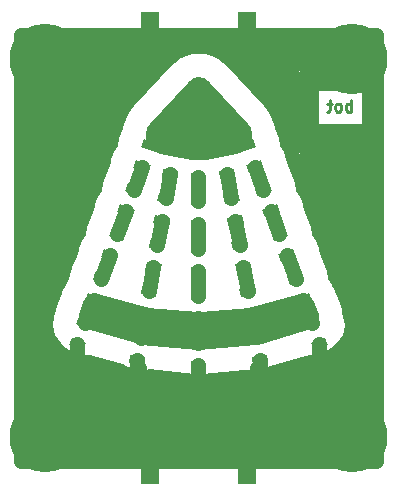
<source format=gbl>
G04 #@! TF.GenerationSoftware,KiCad,Pcbnew,5.0.2-bee76a0~70~ubuntu18.04.1*
G04 #@! TF.CreationDate,2019-07-24T00:54:38+02:00*
G04 #@! TF.ProjectId,DummyLoad,44756d6d-794c-46f6-9164-2e6b69636164,1.1*
G04 #@! TF.SameCoordinates,Original*
G04 #@! TF.FileFunction,Copper,L2,Bot*
G04 #@! TF.FilePolarity,Positive*
%FSLAX46Y46*%
G04 Gerber Fmt 4.6, Leading zero omitted, Abs format (unit mm)*
G04 Created by KiCad (PCBNEW 5.0.2-bee76a0~70~ubuntu18.04.1) date Mi 24 Jul 2019 00:54:38 CEST*
%MOMM*%
%LPD*%
G01*
G04 APERTURE LIST*
G04 #@! TA.AperFunction,NonConductor*
%ADD10C,0.250000*%
G04 #@! TD*
G04 #@! TA.AperFunction,SMDPad,CuDef*
%ADD11R,1.650000X5.600000*%
G04 #@! TD*
G04 #@! TA.AperFunction,SMDPad,CuDef*
%ADD12C,0.700000*%
G04 #@! TD*
G04 #@! TA.AperFunction,Conductor*
%ADD13C,0.100000*%
G04 #@! TD*
G04 #@! TA.AperFunction,SMDPad,CuDef*
%ADD14R,1.300000X0.700000*%
G04 #@! TD*
G04 #@! TA.AperFunction,ViaPad*
%ADD15C,0.800000*%
G04 #@! TD*
G04 #@! TA.AperFunction,ViaPad*
%ADD16C,6.000000*%
G04 #@! TD*
G04 #@! TA.AperFunction,Conductor*
%ADD17C,1.300000*%
G04 #@! TD*
G04 #@! TA.AperFunction,Conductor*
%ADD18C,0.254000*%
G04 #@! TD*
G04 APERTURE END LIST*
D10*
X112952380Y-108452380D02*
X112952380Y-107452380D01*
X112952380Y-107833333D02*
X112857142Y-107785714D01*
X112666666Y-107785714D01*
X112571428Y-107833333D01*
X112523809Y-107880952D01*
X112476190Y-107976190D01*
X112476190Y-108261904D01*
X112523809Y-108357142D01*
X112571428Y-108404761D01*
X112666666Y-108452380D01*
X112857142Y-108452380D01*
X112952380Y-108404761D01*
X111904761Y-108452380D02*
X112000000Y-108404761D01*
X112047619Y-108357142D01*
X112095238Y-108261904D01*
X112095238Y-107976190D01*
X112047619Y-107880952D01*
X112000000Y-107833333D01*
X111904761Y-107785714D01*
X111761904Y-107785714D01*
X111666666Y-107833333D01*
X111619047Y-107880952D01*
X111571428Y-107976190D01*
X111571428Y-108261904D01*
X111619047Y-108357142D01*
X111666666Y-108404761D01*
X111761904Y-108452380D01*
X111904761Y-108452380D01*
X111285714Y-107785714D02*
X110904761Y-107785714D01*
X111142857Y-107452380D02*
X111142857Y-108309523D01*
X111095238Y-108404761D01*
X111000000Y-108452380D01*
X110904761Y-108452380D01*
D11*
G04 #@! TO.P,CN1,5*
G04 #@! TO.N,GND*
X95875000Y-102800000D03*
G04 #@! TO.P,CN1,4*
X104125000Y-102800000D03*
G04 #@! TD*
G04 #@! TO.P,CN2,4*
G04 #@! TO.N,GND*
X95875000Y-137200000D03*
G04 #@! TO.P,CN2,5*
X104125000Y-137200000D03*
G04 #@! TD*
D12*
G04 #@! TO.P,R26,2*
G04 #@! TO.N,Net-(R26-Pad2)*
X104771181Y-113108712D03*
D13*
G04 #@! TD*
G04 #@! TO.N,Net-(R26-Pad2)*
G04 #@! TO.C,R26*
G36*
X104040674Y-113002133D02*
X105262274Y-112557506D01*
X105501688Y-113215291D01*
X104280088Y-113659918D01*
X104040674Y-113002133D01*
X104040674Y-113002133D01*
G37*
D12*
G04 #@! TO.P,R26,1*
G04 #@! TO.N,/HF_IN*
X104121343Y-111323296D03*
D13*
G04 #@! TD*
G04 #@! TO.N,/HF_IN*
G04 #@! TO.C,R26*
G36*
X103390836Y-111216717D02*
X104612436Y-110772090D01*
X104851850Y-111429875D01*
X103630250Y-111874502D01*
X103390836Y-111216717D01*
X103390836Y-111216717D01*
G37*
D12*
G04 #@! TO.P,R27,2*
G04 #@! TO.N,Net-(R27-Pad2)*
X106139261Y-116867483D03*
D13*
G04 #@! TD*
G04 #@! TO.N,Net-(R27-Pad2)*
G04 #@! TO.C,R27*
G36*
X105408754Y-116760904D02*
X106630354Y-116316277D01*
X106869768Y-116974062D01*
X105648168Y-117418689D01*
X105408754Y-116760904D01*
X105408754Y-116760904D01*
G37*
D12*
G04 #@! TO.P,R27,1*
G04 #@! TO.N,Net-(R26-Pad2)*
X105489423Y-115082067D03*
D13*
G04 #@! TD*
G04 #@! TO.N,Net-(R26-Pad2)*
G04 #@! TO.C,R27*
G36*
X104758916Y-114975488D02*
X105980516Y-114530861D01*
X106219930Y-115188646D01*
X104998330Y-115633273D01*
X104758916Y-114975488D01*
X104758916Y-114975488D01*
G37*
D12*
G04 #@! TO.P,R28,1*
G04 #@! TO.N,Net-(R27-Pad2)*
X106857504Y-118840837D03*
D13*
G04 #@! TD*
G04 #@! TO.N,Net-(R27-Pad2)*
G04 #@! TO.C,R28*
G36*
X106126997Y-118734258D02*
X107348597Y-118289631D01*
X107588011Y-118947416D01*
X106366411Y-119392043D01*
X106126997Y-118734258D01*
X106126997Y-118734258D01*
G37*
D12*
G04 #@! TO.P,R28,2*
G04 #@! TO.N,Net-(R28-Pad2)*
X107507342Y-120626253D03*
D13*
G04 #@! TD*
G04 #@! TO.N,Net-(R28-Pad2)*
G04 #@! TO.C,R28*
G36*
X106776835Y-120519674D02*
X107998435Y-120075047D01*
X108237849Y-120732832D01*
X107016249Y-121177459D01*
X106776835Y-120519674D01*
X106776835Y-120519674D01*
G37*
D12*
G04 #@! TO.P,R29,2*
G04 #@! TO.N,Net-(R10-Pad1)*
X108875423Y-124385023D03*
D13*
G04 #@! TD*
G04 #@! TO.N,Net-(R10-Pad1)*
G04 #@! TO.C,R29*
G36*
X108144916Y-124278444D02*
X109366516Y-123833817D01*
X109605930Y-124491602D01*
X108384330Y-124936229D01*
X108144916Y-124278444D01*
X108144916Y-124278444D01*
G37*
D12*
G04 #@! TO.P,R29,1*
G04 #@! TO.N,Net-(R28-Pad2)*
X108225585Y-122599607D03*
D13*
G04 #@! TD*
G04 #@! TO.N,Net-(R28-Pad2)*
G04 #@! TO.C,R29*
G36*
X107495078Y-122493028D02*
X108716678Y-122048401D01*
X108956092Y-122706186D01*
X107734492Y-123150813D01*
X107495078Y-122493028D01*
X107495078Y-122493028D01*
G37*
D12*
G04 #@! TO.P,R30,1*
G04 #@! TO.N,Net-(R10-Pad1)*
X109593665Y-126358378D03*
D13*
G04 #@! TD*
G04 #@! TO.N,Net-(R10-Pad1)*
G04 #@! TO.C,R30*
G36*
X108863158Y-126251799D02*
X110084758Y-125807172D01*
X110324172Y-126464957D01*
X109102572Y-126909584D01*
X108863158Y-126251799D01*
X108863158Y-126251799D01*
G37*
D12*
G04 #@! TO.P,R30,2*
G04 #@! TO.N,GND*
X110243503Y-128143794D03*
D13*
G04 #@! TD*
G04 #@! TO.N,GND*
G04 #@! TO.C,R30*
G36*
X109512996Y-128037215D02*
X110734596Y-127592588D01*
X110974010Y-128250373D01*
X109752410Y-128695000D01*
X109512996Y-128037215D01*
X109512996Y-128037215D01*
G37*
D12*
G04 #@! TO.P,R31,2*
G04 #@! TO.N,Net-(R31-Pad2)*
X102422392Y-113738067D03*
D13*
G04 #@! TD*
G04 #@! TO.N,Net-(R31-Pad2)*
G04 #@! TO.C,R31*
G36*
X101721490Y-113506256D02*
X103001740Y-113280513D01*
X103123294Y-113969878D01*
X101843044Y-114195621D01*
X101721490Y-113506256D01*
X101721490Y-113506256D01*
G37*
D12*
G04 #@! TO.P,R31,1*
G04 #@! TO.N,/HF_IN*
X102092460Y-111866933D03*
D13*
G04 #@! TD*
G04 #@! TO.N,/HF_IN*
G04 #@! TO.C,R31*
G36*
X101391558Y-111635122D02*
X102671808Y-111409379D01*
X102793362Y-112098744D01*
X101513112Y-112324487D01*
X101391558Y-111635122D01*
X101391558Y-111635122D01*
G37*
D12*
G04 #@! TO.P,R32,1*
G04 #@! TO.N,Net-(R31-Pad2)*
X102787052Y-115806164D03*
D13*
G04 #@! TD*
G04 #@! TO.N,Net-(R31-Pad2)*
G04 #@! TO.C,R32*
G36*
X102086150Y-115574353D02*
X103366400Y-115348610D01*
X103487954Y-116037975D01*
X102207704Y-116263718D01*
X102086150Y-115574353D01*
X102086150Y-115574353D01*
G37*
D12*
G04 #@! TO.P,R32,2*
G04 #@! TO.N,Net-(R32-Pad2)*
X103116984Y-117677298D03*
D13*
G04 #@! TD*
G04 #@! TO.N,Net-(R32-Pad2)*
G04 #@! TO.C,R32*
G36*
X102416082Y-117445487D02*
X103696332Y-117219744D01*
X103817886Y-117909109D01*
X102537636Y-118134852D01*
X102416082Y-117445487D01*
X102416082Y-117445487D01*
G37*
D12*
G04 #@! TO.P,R33,2*
G04 #@! TO.N,Net-(R33-Pad2)*
X103811577Y-121616529D03*
D13*
G04 #@! TD*
G04 #@! TO.N,Net-(R33-Pad2)*
G04 #@! TO.C,R33*
G36*
X103110675Y-121384718D02*
X104390925Y-121158975D01*
X104512479Y-121848340D01*
X103232229Y-122074083D01*
X103110675Y-121384718D01*
X103110675Y-121384718D01*
G37*
D12*
G04 #@! TO.P,R33,1*
G04 #@! TO.N,Net-(R32-Pad2)*
X103481645Y-119745395D03*
D13*
G04 #@! TD*
G04 #@! TO.N,Net-(R32-Pad2)*
G04 #@! TO.C,R33*
G36*
X102780743Y-119513584D02*
X104060993Y-119287841D01*
X104182547Y-119977206D01*
X102902297Y-120202949D01*
X102780743Y-119513584D01*
X102780743Y-119513584D01*
G37*
D12*
G04 #@! TO.P,R34,1*
G04 #@! TO.N,Net-(R33-Pad2)*
X104176238Y-123684626D03*
D13*
G04 #@! TD*
G04 #@! TO.N,Net-(R33-Pad2)*
G04 #@! TO.C,R34*
G36*
X103475336Y-123452815D02*
X104755586Y-123227072D01*
X104877140Y-123916437D01*
X103596890Y-124142180D01*
X103475336Y-123452815D01*
X103475336Y-123452815D01*
G37*
D12*
G04 #@! TO.P,R34,2*
G04 #@! TO.N,Net-(R10-Pad1)*
X104506170Y-125555760D03*
D13*
G04 #@! TD*
G04 #@! TO.N,Net-(R10-Pad1)*
G04 #@! TO.C,R34*
G36*
X103805268Y-125323949D02*
X105085518Y-125098206D01*
X105207072Y-125787571D01*
X103926822Y-126013314D01*
X103805268Y-125323949D01*
X103805268Y-125323949D01*
G37*
D12*
G04 #@! TO.P,R35,2*
G04 #@! TO.N,GND*
X105200762Y-129494991D03*
D13*
G04 #@! TD*
G04 #@! TO.N,GND*
G04 #@! TO.C,R35*
G36*
X104499860Y-129263180D02*
X105780110Y-129037437D01*
X105901664Y-129726802D01*
X104621414Y-129952545D01*
X104499860Y-129263180D01*
X104499860Y-129263180D01*
G37*
D12*
G04 #@! TO.P,R35,1*
G04 #@! TO.N,Net-(R10-Pad1)*
X104870830Y-127623857D03*
D13*
G04 #@! TD*
G04 #@! TO.N,Net-(R10-Pad1)*
G04 #@! TO.C,R35*
G36*
X104169928Y-127392046D02*
X105450178Y-127166303D01*
X105571732Y-127855668D01*
X104291482Y-128081411D01*
X104169928Y-127392046D01*
X104169928Y-127392046D01*
G37*
D14*
G04 #@! TO.P,R36,1*
G04 #@! TO.N,/HF_IN*
X100000000Y-112050000D03*
G04 #@! TO.P,R36,2*
G04 #@! TO.N,Net-(R36-Pad2)*
X100000000Y-113950000D03*
G04 #@! TD*
G04 #@! TO.P,R37,2*
G04 #@! TO.N,Net-(R37-Pad2)*
X100000000Y-117950000D03*
G04 #@! TO.P,R37,1*
G04 #@! TO.N,Net-(R36-Pad2)*
X100000000Y-116050000D03*
G04 #@! TD*
G04 #@! TO.P,R38,1*
G04 #@! TO.N,Net-(R37-Pad2)*
X100000000Y-120050000D03*
G04 #@! TO.P,R38,2*
G04 #@! TO.N,Net-(R38-Pad2)*
X100000000Y-121950000D03*
G04 #@! TD*
G04 #@! TO.P,R39,1*
G04 #@! TO.N,Net-(R38-Pad2)*
X100000000Y-124050000D03*
G04 #@! TO.P,R39,2*
G04 #@! TO.N,Net-(R10-Pad1)*
X100000000Y-125950000D03*
G04 #@! TD*
G04 #@! TO.P,R40,1*
G04 #@! TO.N,Net-(R10-Pad1)*
X100000000Y-128050000D03*
G04 #@! TO.P,R40,2*
G04 #@! TO.N,GND*
X100000000Y-129950000D03*
G04 #@! TD*
D12*
G04 #@! TO.P,R41,2*
G04 #@! TO.N,Net-(R41-Pad2)*
X97577608Y-113738067D03*
D13*
G04 #@! TD*
G04 #@! TO.N,Net-(R41-Pad2)*
G04 #@! TO.C,R41*
G36*
X96998260Y-113280513D02*
X98278510Y-113506256D01*
X98156956Y-114195621D01*
X96876706Y-113969878D01*
X96998260Y-113280513D01*
X96998260Y-113280513D01*
G37*
D12*
G04 #@! TO.P,R41,1*
G04 #@! TO.N,/HF_IN*
X97907540Y-111866933D03*
D13*
G04 #@! TD*
G04 #@! TO.N,/HF_IN*
G04 #@! TO.C,R41*
G36*
X97328192Y-111409379D02*
X98608442Y-111635122D01*
X98486888Y-112324487D01*
X97206638Y-112098744D01*
X97328192Y-111409379D01*
X97328192Y-111409379D01*
G37*
D12*
G04 #@! TO.P,R42,1*
G04 #@! TO.N,Net-(R41-Pad2)*
X97212948Y-115806164D03*
D13*
G04 #@! TD*
G04 #@! TO.N,Net-(R41-Pad2)*
G04 #@! TO.C,R42*
G36*
X96633600Y-115348610D02*
X97913850Y-115574353D01*
X97792296Y-116263718D01*
X96512046Y-116037975D01*
X96633600Y-115348610D01*
X96633600Y-115348610D01*
G37*
D12*
G04 #@! TO.P,R42,2*
G04 #@! TO.N,Net-(R42-Pad2)*
X96883016Y-117677298D03*
D13*
G04 #@! TD*
G04 #@! TO.N,Net-(R42-Pad2)*
G04 #@! TO.C,R42*
G36*
X96303668Y-117219744D02*
X97583918Y-117445487D01*
X97462364Y-118134852D01*
X96182114Y-117909109D01*
X96303668Y-117219744D01*
X96303668Y-117219744D01*
G37*
D12*
G04 #@! TO.P,R43,2*
G04 #@! TO.N,Net-(R43-Pad2)*
X96188423Y-121616529D03*
D13*
G04 #@! TD*
G04 #@! TO.N,Net-(R43-Pad2)*
G04 #@! TO.C,R43*
G36*
X95609075Y-121158975D02*
X96889325Y-121384718D01*
X96767771Y-122074083D01*
X95487521Y-121848340D01*
X95609075Y-121158975D01*
X95609075Y-121158975D01*
G37*
D12*
G04 #@! TO.P,R43,1*
G04 #@! TO.N,Net-(R42-Pad2)*
X96518355Y-119745395D03*
D13*
G04 #@! TD*
G04 #@! TO.N,Net-(R42-Pad2)*
G04 #@! TO.C,R43*
G36*
X95939007Y-119287841D02*
X97219257Y-119513584D01*
X97097703Y-120202949D01*
X95817453Y-119977206D01*
X95939007Y-119287841D01*
X95939007Y-119287841D01*
G37*
D12*
G04 #@! TO.P,R44,1*
G04 #@! TO.N,Net-(R43-Pad2)*
X95823762Y-123684626D03*
D13*
G04 #@! TD*
G04 #@! TO.N,Net-(R43-Pad2)*
G04 #@! TO.C,R44*
G36*
X95244414Y-123227072D02*
X96524664Y-123452815D01*
X96403110Y-124142180D01*
X95122860Y-123916437D01*
X95244414Y-123227072D01*
X95244414Y-123227072D01*
G37*
D12*
G04 #@! TO.P,R44,2*
G04 #@! TO.N,Net-(R10-Pad1)*
X95493830Y-125555760D03*
D13*
G04 #@! TD*
G04 #@! TO.N,Net-(R10-Pad1)*
G04 #@! TO.C,R44*
G36*
X94914482Y-125098206D02*
X96194732Y-125323949D01*
X96073178Y-126013314D01*
X94792928Y-125787571D01*
X94914482Y-125098206D01*
X94914482Y-125098206D01*
G37*
D12*
G04 #@! TO.P,R45,2*
G04 #@! TO.N,GND*
X94799238Y-129494991D03*
D13*
G04 #@! TD*
G04 #@! TO.N,GND*
G04 #@! TO.C,R45*
G36*
X94219890Y-129037437D02*
X95500140Y-129263180D01*
X95378586Y-129952545D01*
X94098336Y-129726802D01*
X94219890Y-129037437D01*
X94219890Y-129037437D01*
G37*
D12*
G04 #@! TO.P,R45,1*
G04 #@! TO.N,Net-(R10-Pad1)*
X95129170Y-127623857D03*
D13*
G04 #@! TD*
G04 #@! TO.N,Net-(R10-Pad1)*
G04 #@! TO.C,R45*
G36*
X94549822Y-127166303D02*
X95830072Y-127392046D01*
X95708518Y-128081411D01*
X94428268Y-127855668D01*
X94549822Y-127166303D01*
X94549822Y-127166303D01*
G37*
D12*
G04 #@! TO.P,R46,1*
G04 #@! TO.N,/HF_IN*
X95878657Y-111323296D03*
D13*
G04 #@! TD*
G04 #@! TO.N,/HF_IN*
G04 #@! TO.C,R46*
G36*
X95387564Y-110772090D02*
X96609164Y-111216717D01*
X96369750Y-111874502D01*
X95148150Y-111429875D01*
X95387564Y-110772090D01*
X95387564Y-110772090D01*
G37*
D12*
G04 #@! TO.P,R46,2*
G04 #@! TO.N,Net-(R46-Pad2)*
X95228819Y-113108712D03*
D13*
G04 #@! TD*
G04 #@! TO.N,Net-(R46-Pad2)*
G04 #@! TO.C,R46*
G36*
X94737726Y-112557506D02*
X95959326Y-113002133D01*
X95719912Y-113659918D01*
X94498312Y-113215291D01*
X94737726Y-112557506D01*
X94737726Y-112557506D01*
G37*
D12*
G04 #@! TO.P,R47,2*
G04 #@! TO.N,Net-(R47-Pad2)*
X93860739Y-116867483D03*
D13*
G04 #@! TD*
G04 #@! TO.N,Net-(R47-Pad2)*
G04 #@! TO.C,R47*
G36*
X93369646Y-116316277D02*
X94591246Y-116760904D01*
X94351832Y-117418689D01*
X93130232Y-116974062D01*
X93369646Y-116316277D01*
X93369646Y-116316277D01*
G37*
D12*
G04 #@! TO.P,R47,1*
G04 #@! TO.N,Net-(R46-Pad2)*
X94510577Y-115082067D03*
D13*
G04 #@! TD*
G04 #@! TO.N,Net-(R46-Pad2)*
G04 #@! TO.C,R47*
G36*
X94019484Y-114530861D02*
X95241084Y-114975488D01*
X95001670Y-115633273D01*
X93780070Y-115188646D01*
X94019484Y-114530861D01*
X94019484Y-114530861D01*
G37*
D12*
G04 #@! TO.P,R48,1*
G04 #@! TO.N,Net-(R47-Pad2)*
X93142496Y-118840837D03*
D13*
G04 #@! TD*
G04 #@! TO.N,Net-(R47-Pad2)*
G04 #@! TO.C,R48*
G36*
X92651403Y-118289631D02*
X93873003Y-118734258D01*
X93633589Y-119392043D01*
X92411989Y-118947416D01*
X92651403Y-118289631D01*
X92651403Y-118289631D01*
G37*
D12*
G04 #@! TO.P,R48,2*
G04 #@! TO.N,Net-(R48-Pad2)*
X92492658Y-120626253D03*
D13*
G04 #@! TD*
G04 #@! TO.N,Net-(R48-Pad2)*
G04 #@! TO.C,R48*
G36*
X92001565Y-120075047D02*
X93223165Y-120519674D01*
X92983751Y-121177459D01*
X91762151Y-120732832D01*
X92001565Y-120075047D01*
X92001565Y-120075047D01*
G37*
D12*
G04 #@! TO.P,R49,2*
G04 #@! TO.N,Net-(R10-Pad1)*
X91124577Y-124385023D03*
D13*
G04 #@! TD*
G04 #@! TO.N,Net-(R10-Pad1)*
G04 #@! TO.C,R49*
G36*
X90633484Y-123833817D02*
X91855084Y-124278444D01*
X91615670Y-124936229D01*
X90394070Y-124491602D01*
X90633484Y-123833817D01*
X90633484Y-123833817D01*
G37*
D12*
G04 #@! TO.P,R49,1*
G04 #@! TO.N,Net-(R48-Pad2)*
X91774415Y-122599607D03*
D13*
G04 #@! TD*
G04 #@! TO.N,Net-(R48-Pad2)*
G04 #@! TO.C,R49*
G36*
X91283322Y-122048401D02*
X92504922Y-122493028D01*
X92265508Y-123150813D01*
X91043908Y-122706186D01*
X91283322Y-122048401D01*
X91283322Y-122048401D01*
G37*
D12*
G04 #@! TO.P,R50,1*
G04 #@! TO.N,Net-(R10-Pad1)*
X90406335Y-126358378D03*
D13*
G04 #@! TD*
G04 #@! TO.N,Net-(R10-Pad1)*
G04 #@! TO.C,R50*
G36*
X89915242Y-125807172D02*
X91136842Y-126251799D01*
X90897428Y-126909584D01*
X89675828Y-126464957D01*
X89915242Y-125807172D01*
X89915242Y-125807172D01*
G37*
D12*
G04 #@! TO.P,R50,2*
G04 #@! TO.N,GND*
X89756497Y-128143794D03*
D13*
G04 #@! TD*
G04 #@! TO.N,GND*
G04 #@! TO.C,R50*
G36*
X89265404Y-127592588D02*
X90487004Y-128037215D01*
X90247590Y-128695000D01*
X89025990Y-128250373D01*
X89265404Y-127592588D01*
X89265404Y-127592588D01*
G37*
D15*
G04 #@! TO.N,/HF_IN*
X100000000Y-106000000D03*
X97000000Y-110000000D03*
X103000000Y-110000000D03*
D16*
G04 #@! TO.N,GND*
X87000000Y-104000000D03*
D15*
X89000000Y-102000000D03*
X91000000Y-102000000D03*
X93000000Y-102000000D03*
X85000000Y-106000000D03*
X85000000Y-108000000D03*
X85000000Y-110000000D03*
X85000000Y-112000000D03*
X85000000Y-114000000D03*
X85000000Y-116000000D03*
X85000000Y-118000000D03*
X85000000Y-120000000D03*
X85000000Y-122000000D03*
X85000000Y-124000000D03*
X85000000Y-126000000D03*
X85000000Y-128000000D03*
X85000000Y-130000000D03*
X85000000Y-132000000D03*
X85000000Y-134000000D03*
D16*
X87000000Y-136000000D03*
D15*
X89000000Y-138000000D03*
X91000000Y-138000000D03*
X93000000Y-138000000D03*
D16*
X113000000Y-136000000D03*
D15*
X111000000Y-138000000D03*
X109000000Y-138000000D03*
X107000000Y-138000000D03*
X115000000Y-134000000D03*
X115000000Y-132000000D03*
X115000000Y-130000000D03*
X115000000Y-128000000D03*
X115000000Y-126000000D03*
X115000000Y-124000000D03*
X115000000Y-122000000D03*
X115000000Y-120000000D03*
X115000000Y-118000000D03*
X115000000Y-116000000D03*
X115000000Y-114000000D03*
X115000000Y-112000000D03*
X115000000Y-110000000D03*
X115000000Y-108000000D03*
X115000000Y-106000000D03*
D16*
X113000000Y-104000000D03*
D15*
X111000000Y-102000000D03*
X109000000Y-102000000D03*
X107000000Y-102000000D03*
X89000000Y-130000000D03*
X95000000Y-131000000D03*
X105000000Y-131000000D03*
X111000000Y-130000000D03*
X94000000Y-107500000D03*
X106000000Y-107500000D03*
X91000000Y-115000000D03*
X109000000Y-115000000D03*
X112000000Y-123000000D03*
X88000000Y-123000000D03*
G04 #@! TO.N,Net-(R10-Pad1)*
X93000000Y-126000000D03*
X97000000Y-127000000D03*
X103000000Y-127000000D03*
X107000000Y-126000000D03*
G04 #@! TD*
D17*
G04 #@! TO.N,GND*
X89756497Y-128143794D02*
X89756497Y-129243503D01*
X89756497Y-129243503D02*
X89000000Y-130000000D01*
X94799238Y-129950390D02*
X95000000Y-130151152D01*
X94799238Y-129494991D02*
X94799238Y-129950390D01*
X95000000Y-130151152D02*
X95000000Y-131000000D01*
X105200762Y-129950390D02*
X105000000Y-130151152D01*
X105200762Y-129494991D02*
X105200762Y-129950390D01*
X105000000Y-130151152D02*
X105000000Y-131000000D01*
X110243503Y-128143794D02*
X110243503Y-129243503D01*
X110243503Y-129243503D02*
X111000000Y-130000000D01*
X95875000Y-135225000D02*
X95875000Y-137200000D01*
X100000000Y-131100000D02*
X95875000Y-135225000D01*
X100000000Y-129950000D02*
X100000000Y-131100000D01*
X85000000Y-138000000D02*
X115000000Y-138000000D01*
X115000000Y-138000000D02*
X115000000Y-102000000D01*
X115000000Y-102000000D02*
X85000000Y-102000000D01*
X85000000Y-102000000D02*
X85000000Y-138000000D01*
G04 #@! TO.N,Net-(R10-Pad1)*
X108875423Y-124385023D02*
X109576564Y-126311393D01*
X104506169Y-125555760D02*
X104862148Y-127574616D01*
X100000000Y-125950000D02*
X100000000Y-128050000D01*
X95493831Y-125555760D02*
X95129169Y-127623857D01*
X91124577Y-124385023D02*
X90406335Y-126358378D01*
G04 #@! TO.N,Net-(R26-Pad2)*
X104771181Y-113108712D02*
X105489423Y-115082067D01*
G04 #@! TO.N,Net-(R27-Pad2)*
X106139262Y-116867483D02*
X106857504Y-118840837D01*
G04 #@! TO.N,Net-(R28-Pad2)*
X107507342Y-120626253D02*
X108225584Y-122599607D01*
G04 #@! TO.N,Net-(R31-Pad2)*
X102422391Y-113738067D02*
X102787053Y-115806164D01*
G04 #@! TO.N,Net-(R32-Pad2)*
X103116984Y-117677298D02*
X103481645Y-119745395D01*
G04 #@! TO.N,Net-(R33-Pad2)*
X103811577Y-121616529D02*
X104176238Y-123684626D01*
G04 #@! TO.N,Net-(R36-Pad2)*
X100000000Y-113950000D02*
X100000000Y-116000000D01*
G04 #@! TO.N,Net-(R37-Pad2)*
X100000000Y-117950000D02*
X100000000Y-120050000D01*
G04 #@! TO.N,Net-(R38-Pad2)*
X100000000Y-121950000D02*
X100000000Y-124050000D01*
G04 #@! TO.N,Net-(R41-Pad2)*
X97577609Y-113738067D02*
X97212947Y-115806164D01*
G04 #@! TO.N,Net-(R42-Pad2)*
X96883016Y-117677298D02*
X96518355Y-119745395D01*
G04 #@! TO.N,Net-(R43-Pad2)*
X96188423Y-121616529D02*
X95823762Y-123684626D01*
G04 #@! TO.N,Net-(R46-Pad2)*
X95228819Y-113108712D02*
X94510577Y-115082067D01*
G04 #@! TO.N,Net-(R47-Pad2)*
X93860738Y-116867483D02*
X93142496Y-118840837D01*
G04 #@! TO.N,Net-(R48-Pad2)*
X92492658Y-120626253D02*
X91774416Y-122599607D01*
G04 #@! TD*
D18*
G04 #@! TO.N,GND*
G36*
X114798001Y-104873000D02*
X108500000Y-104873000D01*
X108451399Y-104882667D01*
X108410197Y-104910197D01*
X108382667Y-104951399D01*
X108373000Y-105000000D01*
X108373000Y-112000000D01*
X108382667Y-112048601D01*
X108410197Y-112089803D01*
X108451399Y-112117333D01*
X108500000Y-112127000D01*
X114798001Y-112127000D01*
X114798000Y-137798000D01*
X85202000Y-137798000D01*
X85202000Y-126559552D01*
X87509222Y-126559552D01*
X87710345Y-127381475D01*
X88210695Y-128063867D01*
X88215466Y-128066762D01*
X88493468Y-128445908D01*
X89437939Y-129019027D01*
X90529839Y-129187086D01*
X90767315Y-129128976D01*
X93512241Y-129920306D01*
X93607857Y-130011838D01*
X94637500Y-130412245D01*
X95741995Y-130388145D01*
X95816328Y-130355438D01*
X98866914Y-130632764D01*
X98916470Y-130665876D01*
X100000000Y-130881404D01*
X101083531Y-130665876D01*
X101116731Y-130643692D01*
X104752591Y-130349885D01*
X105353816Y-130363004D01*
X106053184Y-130091035D01*
X109342652Y-129113085D01*
X109453059Y-129140101D01*
X110544960Y-128972042D01*
X111489432Y-128398923D01*
X111691658Y-128123122D01*
X111789304Y-128063869D01*
X112289654Y-127381477D01*
X112490778Y-126559554D01*
X112362055Y-125723229D01*
X112280364Y-125498785D01*
X112244135Y-125248470D01*
X112139015Y-124829026D01*
X111762247Y-123788428D01*
X111594297Y-123431843D01*
X111421353Y-123138671D01*
X111404399Y-123092089D01*
X111087038Y-122569094D01*
X110993975Y-121964458D01*
X110754561Y-121306673D01*
X110643753Y-121124066D01*
X110308225Y-120202211D01*
X110275732Y-119991104D01*
X110036318Y-119333319D01*
X109718957Y-118810324D01*
X109625894Y-118205688D01*
X109386480Y-117547903D01*
X109275674Y-117365300D01*
X108940143Y-116443437D01*
X108907651Y-116232334D01*
X108668237Y-115574549D01*
X108350876Y-115051554D01*
X108257813Y-114446918D01*
X108018399Y-113789133D01*
X107907593Y-113606530D01*
X107572064Y-112684672D01*
X107539571Y-112473563D01*
X107300157Y-111815778D01*
X106982796Y-111292783D01*
X106889733Y-110688147D01*
X106650319Y-110030362D01*
X106574552Y-109905502D01*
X106544536Y-109680380D01*
X106412924Y-109230986D01*
X106139548Y-108646130D01*
X105879177Y-108256921D01*
X105679219Y-108002326D01*
X102405789Y-104431311D01*
X102076555Y-104139482D01*
X101696367Y-103867122D01*
X100895269Y-103514718D01*
X100437595Y-103418501D01*
X99562405Y-103418501D01*
X99104731Y-103514718D01*
X98303633Y-103867122D01*
X97923445Y-104139482D01*
X97594211Y-104431311D01*
X94320781Y-108002326D01*
X94120823Y-108256921D01*
X93860452Y-108646130D01*
X93587076Y-109230986D01*
X93455464Y-109680380D01*
X93425448Y-109905501D01*
X93349681Y-110030362D01*
X93110267Y-110688147D01*
X93017205Y-111292781D01*
X92699843Y-111815778D01*
X92460429Y-112473563D01*
X92427936Y-112684673D01*
X92092409Y-113606527D01*
X91981601Y-113789133D01*
X91742187Y-114446918D01*
X91649125Y-115051552D01*
X91331763Y-115574549D01*
X91092349Y-116232334D01*
X91059857Y-116443439D01*
X90724327Y-117365298D01*
X90613520Y-117547903D01*
X90374106Y-118205688D01*
X90281044Y-118810322D01*
X89963682Y-119333319D01*
X89724268Y-119991104D01*
X89691775Y-120202213D01*
X89356249Y-121124063D01*
X89245439Y-121306673D01*
X89006025Y-121964458D01*
X88912963Y-122569092D01*
X88595601Y-123092089D01*
X88578647Y-123138671D01*
X88405703Y-123431843D01*
X88237753Y-123788428D01*
X87863998Y-124820704D01*
X87758563Y-125242334D01*
X87723075Y-125489335D01*
X87637945Y-125723229D01*
X87509222Y-126559552D01*
X85202000Y-126559552D01*
X85202000Y-102202000D01*
X114798001Y-102202000D01*
X114798001Y-104873000D01*
X114798001Y-104873000D01*
G37*
X114798001Y-104873000D02*
X108500000Y-104873000D01*
X108451399Y-104882667D01*
X108410197Y-104910197D01*
X108382667Y-104951399D01*
X108373000Y-105000000D01*
X108373000Y-112000000D01*
X108382667Y-112048601D01*
X108410197Y-112089803D01*
X108451399Y-112117333D01*
X108500000Y-112127000D01*
X114798001Y-112127000D01*
X114798000Y-137798000D01*
X85202000Y-137798000D01*
X85202000Y-126559552D01*
X87509222Y-126559552D01*
X87710345Y-127381475D01*
X88210695Y-128063867D01*
X88215466Y-128066762D01*
X88493468Y-128445908D01*
X89437939Y-129019027D01*
X90529839Y-129187086D01*
X90767315Y-129128976D01*
X93512241Y-129920306D01*
X93607857Y-130011838D01*
X94637500Y-130412245D01*
X95741995Y-130388145D01*
X95816328Y-130355438D01*
X98866914Y-130632764D01*
X98916470Y-130665876D01*
X100000000Y-130881404D01*
X101083531Y-130665876D01*
X101116731Y-130643692D01*
X104752591Y-130349885D01*
X105353816Y-130363004D01*
X106053184Y-130091035D01*
X109342652Y-129113085D01*
X109453059Y-129140101D01*
X110544960Y-128972042D01*
X111489432Y-128398923D01*
X111691658Y-128123122D01*
X111789304Y-128063869D01*
X112289654Y-127381477D01*
X112490778Y-126559554D01*
X112362055Y-125723229D01*
X112280364Y-125498785D01*
X112244135Y-125248470D01*
X112139015Y-124829026D01*
X111762247Y-123788428D01*
X111594297Y-123431843D01*
X111421353Y-123138671D01*
X111404399Y-123092089D01*
X111087038Y-122569094D01*
X110993975Y-121964458D01*
X110754561Y-121306673D01*
X110643753Y-121124066D01*
X110308225Y-120202211D01*
X110275732Y-119991104D01*
X110036318Y-119333319D01*
X109718957Y-118810324D01*
X109625894Y-118205688D01*
X109386480Y-117547903D01*
X109275674Y-117365300D01*
X108940143Y-116443437D01*
X108907651Y-116232334D01*
X108668237Y-115574549D01*
X108350876Y-115051554D01*
X108257813Y-114446918D01*
X108018399Y-113789133D01*
X107907593Y-113606530D01*
X107572064Y-112684672D01*
X107539571Y-112473563D01*
X107300157Y-111815778D01*
X106982796Y-111292783D01*
X106889733Y-110688147D01*
X106650319Y-110030362D01*
X106574552Y-109905502D01*
X106544536Y-109680380D01*
X106412924Y-109230986D01*
X106139548Y-108646130D01*
X105879177Y-108256921D01*
X105679219Y-108002326D01*
X102405789Y-104431311D01*
X102076555Y-104139482D01*
X101696367Y-103867122D01*
X100895269Y-103514718D01*
X100437595Y-103418501D01*
X99562405Y-103418501D01*
X99104731Y-103514718D01*
X98303633Y-103867122D01*
X97923445Y-104139482D01*
X97594211Y-104431311D01*
X94320781Y-108002326D01*
X94120823Y-108256921D01*
X93860452Y-108646130D01*
X93587076Y-109230986D01*
X93455464Y-109680380D01*
X93425448Y-109905501D01*
X93349681Y-110030362D01*
X93110267Y-110688147D01*
X93017205Y-111292781D01*
X92699843Y-111815778D01*
X92460429Y-112473563D01*
X92427936Y-112684673D01*
X92092409Y-113606527D01*
X91981601Y-113789133D01*
X91742187Y-114446918D01*
X91649125Y-115051552D01*
X91331763Y-115574549D01*
X91092349Y-116232334D01*
X91059857Y-116443439D01*
X90724327Y-117365298D01*
X90613520Y-117547903D01*
X90374106Y-118205688D01*
X90281044Y-118810322D01*
X89963682Y-119333319D01*
X89724268Y-119991104D01*
X89691775Y-120202213D01*
X89356249Y-121124063D01*
X89245439Y-121306673D01*
X89006025Y-121964458D01*
X88912963Y-122569092D01*
X88595601Y-123092089D01*
X88578647Y-123138671D01*
X88405703Y-123431843D01*
X88237753Y-123788428D01*
X87863998Y-124820704D01*
X87758563Y-125242334D01*
X87723075Y-125489335D01*
X87637945Y-125723229D01*
X87509222Y-126559552D01*
X85202000Y-126559552D01*
X85202000Y-102202000D01*
X114798001Y-102202000D01*
X114798001Y-104873000D01*
G04 #@! TO.N,/HF_IN*
G36*
X100405416Y-105715007D02*
X100753167Y-105964129D01*
X104011123Y-109518263D01*
X104255262Y-109883209D01*
X104375914Y-110295178D01*
X104367416Y-110724363D01*
X104230550Y-111131233D01*
X103977928Y-111478295D01*
X103632814Y-111733589D01*
X103217744Y-111876783D01*
X100660342Y-112341766D01*
X100313944Y-112373000D01*
X99686056Y-112373000D01*
X99339658Y-112341766D01*
X96782256Y-111876783D01*
X96367186Y-111733589D01*
X96022072Y-111478295D01*
X95769450Y-111131233D01*
X95632584Y-110724363D01*
X95624086Y-110295178D01*
X95744738Y-109883209D01*
X95988877Y-109518263D01*
X99246833Y-105964129D01*
X99594584Y-105715007D01*
X100000000Y-105629776D01*
X100405416Y-105715007D01*
X100405416Y-105715007D01*
G37*
X100405416Y-105715007D02*
X100753167Y-105964129D01*
X104011123Y-109518263D01*
X104255262Y-109883209D01*
X104375914Y-110295178D01*
X104367416Y-110724363D01*
X104230550Y-111131233D01*
X103977928Y-111478295D01*
X103632814Y-111733589D01*
X103217744Y-111876783D01*
X100660342Y-112341766D01*
X100313944Y-112373000D01*
X99686056Y-112373000D01*
X99339658Y-112341766D01*
X96782256Y-111876783D01*
X96367186Y-111733589D01*
X96022072Y-111478295D01*
X95769450Y-111131233D01*
X95632584Y-110724363D01*
X95624086Y-110295178D01*
X95744738Y-109883209D01*
X95988877Y-109518263D01*
X99246833Y-105964129D01*
X99594584Y-105715007D01*
X100000000Y-105629776D01*
X100405416Y-105715007D01*
G04 #@! TO.N,GND*
G36*
X114873000Y-111873000D02*
X108627000Y-111873000D01*
X108627000Y-106582500D01*
X110049524Y-106582500D01*
X110049524Y-109602500D01*
X113950476Y-109602500D01*
X113950476Y-106582500D01*
X110049524Y-106582500D01*
X108627000Y-106582500D01*
X108627000Y-105127000D01*
X114873000Y-105127000D01*
X114873000Y-111873000D01*
X114873000Y-111873000D01*
G37*
X114873000Y-111873000D02*
X108627000Y-111873000D01*
X108627000Y-106582500D01*
X110049524Y-106582500D01*
X110049524Y-109602500D01*
X113950476Y-109602500D01*
X113950476Y-106582500D01*
X110049524Y-106582500D01*
X108627000Y-106582500D01*
X108627000Y-105127000D01*
X114873000Y-105127000D01*
X114873000Y-111873000D01*
G04 #@! TO.N,Net-(R10-Pad1)*
G36*
X109224990Y-124081050D02*
X109477529Y-124279761D01*
X109646910Y-124566894D01*
X110015238Y-125584181D01*
X110067562Y-125945700D01*
X109975847Y-126285579D01*
X109756996Y-126561325D01*
X109435142Y-126734086D01*
X105020368Y-128046586D01*
X104828962Y-128082367D01*
X100080772Y-128466060D01*
X99920574Y-128465256D01*
X95162418Y-128032697D01*
X94987812Y-127999900D01*
X90574917Y-126727715D01*
X90250201Y-126556442D01*
X90028824Y-126280466D01*
X89935590Y-125939177D01*
X89987798Y-125575796D01*
X90353090Y-124566894D01*
X90522471Y-124279761D01*
X90775010Y-124081050D01*
X91082425Y-123987463D01*
X91414840Y-124012655D01*
X95484121Y-125100483D01*
X95494755Y-125102842D01*
X95663487Y-125132750D01*
X95674282Y-125134189D01*
X99948074Y-125518350D01*
X99959574Y-125518860D01*
X100140669Y-125518675D01*
X100152168Y-125518141D01*
X104327021Y-125134246D01*
X104337686Y-125132808D01*
X104504376Y-125103085D01*
X104514881Y-125100749D01*
X108585160Y-124012655D01*
X108917575Y-123987463D01*
X109224990Y-124081050D01*
X109224990Y-124081050D01*
G37*
X109224990Y-124081050D02*
X109477529Y-124279761D01*
X109646910Y-124566894D01*
X110015238Y-125584181D01*
X110067562Y-125945700D01*
X109975847Y-126285579D01*
X109756996Y-126561325D01*
X109435142Y-126734086D01*
X105020368Y-128046586D01*
X104828962Y-128082367D01*
X100080772Y-128466060D01*
X99920574Y-128465256D01*
X95162418Y-128032697D01*
X94987812Y-127999900D01*
X90574917Y-126727715D01*
X90250201Y-126556442D01*
X90028824Y-126280466D01*
X89935590Y-125939177D01*
X89987798Y-125575796D01*
X90353090Y-124566894D01*
X90522471Y-124279761D01*
X90775010Y-124081050D01*
X91082425Y-123987463D01*
X91414840Y-124012655D01*
X95484121Y-125100483D01*
X95494755Y-125102842D01*
X95663487Y-125132750D01*
X95674282Y-125134189D01*
X99948074Y-125518350D01*
X99959574Y-125518860D01*
X100140669Y-125518675D01*
X100152168Y-125518141D01*
X104327021Y-125134246D01*
X104337686Y-125132808D01*
X104504376Y-125103085D01*
X104514881Y-125100749D01*
X108585160Y-124012655D01*
X108917575Y-123987463D01*
X109224990Y-124081050D01*
G04 #@! TD*
M02*

</source>
